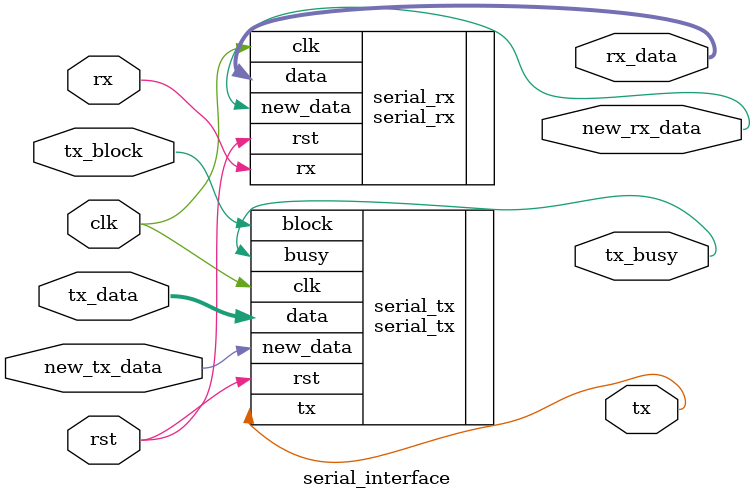
<source format=v>
`timescale 1ns / 1ps
module serial_interface #(
    parameter CLK_RATE = 50000000,
    parameter SERIAL_BAUD_RATE = 500000
    )(
    input clk,
    input rst,
	 
	 //Serial Signals
	 output tx,
    input rx,
	 
	 // Serial TX User Interface
    input [7:0] tx_data,
    input new_tx_data,
    output tx_busy,
    input tx_block,

    // Serial Rx User Interface
    output [7:0] rx_data,
    output new_rx_data
);

// CLK_PER_BIT is the number of cycles each 'bit' lasts for
// rtoi converts a 'real' number to an 'integer'
parameter CLK_PER_BIT = $rtoi($ceil(CLK_RATE/SERIAL_BAUD_RATE));
serial_rx #(.CLK_PER_BIT(CLK_PER_BIT)) serial_rx (
    .clk(clk),
    .rst(rst),
    .rx(rx),
    .data(rx_data),
    .new_data(new_rx_data)
);

serial_tx #(.CLK_PER_BIT(CLK_PER_BIT)) serial_tx (
    .clk(clk),
    .rst(rst),
    .tx(tx),
    .block(tx_block),
    .busy(tx_busy),
    .data(tx_data),
    .new_data(new_tx_data)
);


	 
endmodule

</source>
